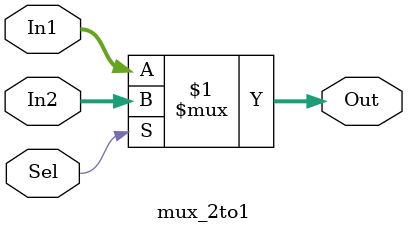
<source format=v>
module mux_2to1(
    input  [31:0] In1, In2,
    input         Sel,
    output [31:0] Out
);

assign Out = Sel? In2: In1;

endmodule
</source>
